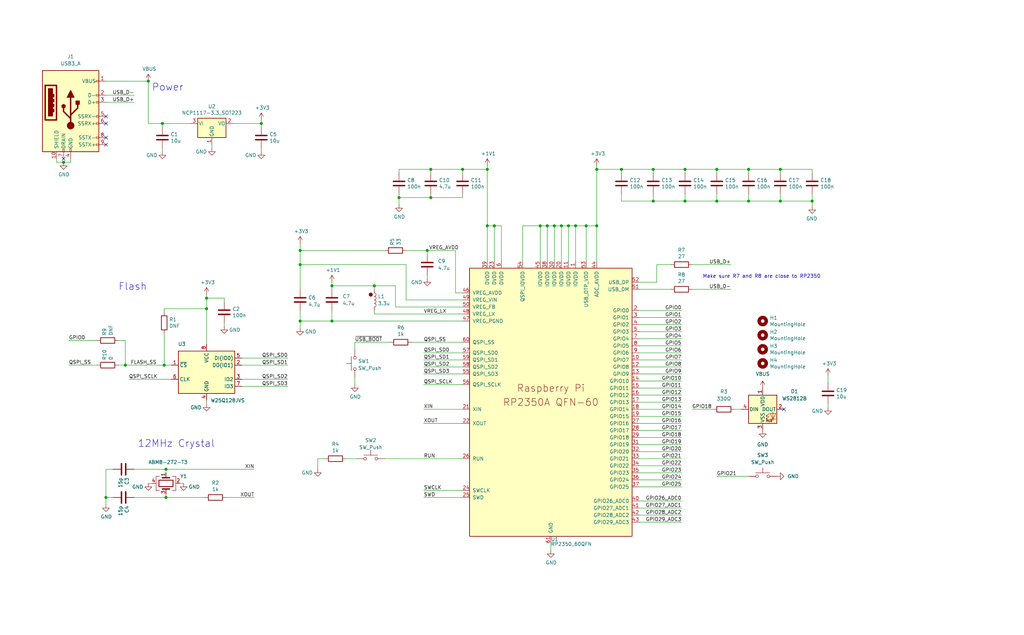
<source format=kicad_sch>
(kicad_sch (version 20250114) (generator "eeschema") (generator_version "9.0")
  (paper "User" 368.3 228.6)
  (title_block (title "CyberTrust") (date "2025-06-25") (rev "V1") (company "Cyber Link"))
  (lib_symbols
    (symbol "Connector:USB3_A" (pin_names (offset 1.016))
      (property "Reference" "J" (at -10.16 15.24 0))
      (property "Value" "USB3_A" (at 10.16 15.24 0))
      (symbol "USB3_A_0_0"
        (rectangle (start -9.144 8.636) (end -5.08 -3.81) (stroke (width 0.508)))
        (rectangle (start -7.874 7.366) (end -6.604 -2.286) (stroke (width 0.508)) (fill (type outline)))
        (rectangle (start -6.35 5.334) (end -6.096 4.572) (stroke (width 0.508)))
        (rectangle (start -6.35 3.556) (end -6.096 2.794) (stroke (width 0.508)))
        (rectangle (start -6.35 1.778) (end -6.096 1.016) (stroke (width 0.508)))
        (rectangle (start -6.35 0) (end -6.096 -0.762) (stroke (width 0.508)))
        (rectangle (start -2.794 -15.24) (end -2.286 -14.224))
        (rectangle (start -0.254 -15.24) (end 0.254 -14.224))
        (rectangle (start 10.16 10.414) (end 9.144 9.906))
        (rectangle (start 10.16 5.334) (end 9.144 4.826))
        (rectangle (start 10.16 2.794) (end 9.144 2.286))
        (rectangle (start 10.16 -2.286) (end 9.144 -2.794))
        (rectangle (start 10.16 -4.826) (end 9.144 -5.334))
        (rectangle (start 10.16 -9.906) (end 9.144 -10.414))
        (rectangle (start 10.16 -12.446) (end 9.144 -12.954))
      )
      (symbol "USB3_A_0_1"
        (rectangle (start -10.16 13.97) (end 10.16 -15.24) (stroke (width 0.254)) (fill (type background)))
      )
      (symbol "USB3_A_1_1"
        (circle (center -2.54 1.143) (radius 0.635) (stroke (width 0.254)) (fill (type outline)))
        (polyline (pts (xy -1.27 4.318) (xy 0 6.858) (xy 1.27 4.318) (xy -1.27 4.318)) (stroke (width 0.254)) (fill (type outline)))
        (polyline (pts (xy 0 -2.032) (xy 2.54 0.508) (xy 2.54 1.778)) (stroke (width 0.508)))
        (polyline (pts (xy 0 -3.302) (xy -2.54 -0.762) (xy -2.54 0.508)) (stroke (width 0.508)))
        (polyline (pts (xy 0 -5.842) (xy 0 4.318)) (stroke (width 0.508)))
        (circle (center 0 -5.842) (radius 1.27) (fill (type outline)))
        (rectangle (start 1.905 1.778) (end 3.175 3.048) (stroke (width 0.254)) (fill (type outline)))
        (pin passive line (at -5.08 -17.78 90) (length 2.54) (name "SHIELD") (number "10"))
        (pin passive line (at -2.54 -17.78 90) (length 2.54) (name "DRAIN") (number "7"))
        (pin power_in line (at 0 -17.78 90) (length 2.54) (name "GND") (number "4"))
        (pin power_in line (at 12.7 10.16 180) (length 2.54) (name "VBUS") (number "1"))
        (pin bidirectional line (at 12.7 5.08 180) (length 2.54) (name "D-") (number "2"))
        (pin bidirectional line (at 12.7 2.54 180) (length 2.54) (name "D+") (number "3"))
        (pin output line (at 12.7 -2.54 180) (length 2.54) (name "SSRX-") (number "5"))
        (pin output line (at 12.7 -5.08 180) (length 2.54) (name "SSRX+") (number "6"))
        (pin input line (at 12.7 -10.16 180) (length 2.54) (name "SSTX-") (number "8"))
        (pin input line (at 12.7 -12.7 180) (length 2.54) (name "SSTX+") (number "9"))
      )
    )
    (symbol "Device:C" (pin_numbers (hide yes)) (pin_names (offset 0.254))
      (property "Reference" "C" (at 0.635 2.54 0))
      (property "Value" "C" (at 0.635 -2.54 0))
      (symbol "C_0_1"
        (polyline (pts (xy -2.032 0.762) (xy 2.032 0.762)) (stroke (width 0.508)))
        (polyline (pts (xy -2.032 -0.762) (xy 2.032 -0.762)) (stroke (width 0.508)))
      )
      (symbol "C_1_1"
        (pin passive line (at 0 3.81 270) (length 2.794) (name "~") (number "1"))
        (pin passive line (at 0 -3.81 90) (length 2.794) (name "~") (number "2"))
      )
    )
    (symbol "Device:Crystal_GND24" (pin_names (offset 1.016) (hide yes))
      (property "Reference" "Y" (at 3.175 5.08 0))
      (property "Value" "Crystal_GND24" (at 3.175 3.175 0))
      (symbol "Crystal_GND24_0_1"
        (polyline (pts (xy -2.54 2.286) (xy -2.54 3.556) (xy 2.54 3.556) (xy 2.54 2.286)))
        (polyline (pts (xy -2.54 0) (xy -2.032 0)))
        (polyline (pts (xy -2.54 -2.286) (xy -2.54 -3.556) (xy 2.54 -3.556) (xy 2.54 -2.286)))
        (polyline (pts (xy -2.032 -1.27) (xy -2.032 1.27)) (stroke (width 0.508)))
        (rectangle (start -1.143 2.54) (end 1.143 -2.54) (stroke (width 0.3048)))
        (polyline (pts (xy 0 3.556) (xy 0 3.81)))
        (polyline (pts (xy 0 -3.81) (xy 0 -3.556)))
        (polyline (pts (xy 2.032 0) (xy 2.54 0)))
        (polyline (pts (xy 2.032 -1.27) (xy 2.032 1.27)) (stroke (width 0.508)))
      )
      (symbol "Crystal_GND24_1_1"
        (pin passive line (at -3.81 0 0) (length 1.27) (name "1") (number "1"))
        (pin passive line (at 0 5.08 270) (length 1.27) (name "2") (number "2"))
        (pin passive line (at 0 -5.08 90) (length 1.27) (name "4") (number "4"))
        (pin passive line (at 3.81 0 180) (length 1.27) (name "3") (number "3"))
      )
    )
    (symbol "Device:L" (pin_numbers (hide yes)) (pin_names (offset 1.016) (hide yes))
      (property "Reference" "L" (at -1.27 0 90))
      (property "Value" "L" (at 1.905 0 90))
      (symbol "L_0_1"
        (arc (start 0 2.54) (mid 0.6323 1.905) (end 0 1.27))
        (arc (start 0 1.27) (mid 0.6323 0.635) (end 0 0))
        (arc (start 0 0) (mid 0.6323 -0.635) (end 0 -1.27))
        (arc (start 0 -1.27) (mid 0.6323 -1.905) (end 0 -2.54))
      )
      (symbol "L_1_1"
        (pin passive line (at 0 3.81 270) (length 1.27) (name "1") (number "1"))
        (pin passive line (at 0 -3.81 90) (length 1.27) (name "2") (number "2"))
      )
    )
    (symbol "Device:R" (pin_numbers (hide yes)) (pin_names (offset 0))
      (property "Reference" "R" (at 2.032 0 90))
      (property "Value" "R" (at 0 0 90))
      (symbol "R_0_1"
        (rectangle (start -1.016 -2.54) (end 1.016 2.54) (stroke (width 0.254)))
      )
      (symbol "R_1_1"
        (pin passive line (at 0 3.81 270) (length 1.27) (name "~") (number "1"))
        (pin passive line (at 0 -3.81 90) (length 1.27) (name "~") (number "2"))
      )
    )
    (symbol "GND_1" (power) (pin_numbers (hide yes)) (pin_names (offset 0) (hide yes))
      (property "Value" "GND" (at 0 -3.81 0))
      (symbol "GND_1_0_1"
        (polyline (pts (xy 0 0) (xy 0 -1.27) (xy 1.27 -1.27) (xy 0 -2.54) (xy -1.27 -1.27) (xy 0 -1.27)))
      )
      (symbol "GND_1_1_1"
        (pin power_in line (at 0 0 270) (length 0) (name "~") (number "1"))
      )
    )
    (symbol "GND_2" (power) (pin_numbers (hide yes)) (pin_names (offset 0) (hide yes))
      (property "Value" "GND" (at 0 -3.81 0))
      (symbol "GND_2_0_1"
        (polyline (pts (xy 0 0) (xy 0 -1.27) (xy 1.27 -1.27) (xy 0 -2.54) (xy -1.27 -1.27) (xy 0 -1.27)))
      )
      (symbol "GND_2_1_1"
        (pin power_in line (at 0 0 270) (length 0) (name "~") (number "1"))
      )
    )
    (symbol "LED:WS2812B" (pin_names (offset 0.254))
      (property "Reference" "D" (at 5.08 5.715 0))
      (property "Value" "WS2812B" (at 1.27 -5.715 0))
      (symbol "WS2812B_0_0"
        (text "RGB" (at 2.286 -4.191 0) (effects (font (size 0.762 0.762))))
      )
      (symbol "WS2812B_0_1"
        (polyline (pts (xy 1.27 -2.54) (xy 1.778 -2.54)))
        (polyline (pts (xy 1.27 -3.556) (xy 1.778 -3.556)))
        (polyline (pts (xy 2.286 -1.524) (xy 1.27 -2.54) (xy 1.27 -2.032)))
        (polyline (pts (xy 2.286 -2.54) (xy 1.27 -3.556) (xy 1.27 -3.048)))
        (polyline (pts (xy 3.683 -1.016) (xy 3.683 -3.556) (xy 3.683 -4.064)))
        (polyline (pts (xy 4.699 -1.524) (xy 2.667 -1.524) (xy 3.683 -3.556) (xy 4.699 -1.524)))
        (polyline (pts (xy 4.699 -3.556) (xy 2.667 -3.556)))
        (rectangle (start 5.08 5.08) (end -5.08 -5.08) (stroke (width 0.254)) (fill (type background)))
      )
      (symbol "WS2812B_1_1"
        (pin input line (at -7.62 0 0) (length 2.54) (name "DIN") (number "4"))
        (pin power_in line (at 0 7.62 270) (length 2.54) (name "VDD") (number "1"))
        (pin power_in line (at 0 -7.62 90) (length 2.54) (name "VSS") (number "3"))
        (pin output line (at 7.62 0 180) (length 2.54) (name "DOUT") (number "2"))
      )
    )
    (symbol "MCU_RaspberryPi_RP2350:RP2350_60QFN" (pin_names (offset 1.016))
      (property "Reference" "U" (at -29.21 49.53 0))
      (property "Value" "RP2350_60QFN" (at 24.13 -49.53 0))
      (symbol "RP2350_60QFN_0_0"
        (text "Raspberry Pi" (at 0 5.08 0) (effects (font (size 2.54 2.54))))
      )
      (symbol "RP2350_60QFN_0_1"
        (rectangle (start 29.21 48.26) (end -29.21 -48.26) (stroke (width 0.254)) (fill (type background)))
      )
      (symbol "RP2350_60QFN_1_0"
        (text "RP2350A QFN-60" (at 0 0 0) (effects (font (size 2.54 2.54))))
      )
      (symbol "RP2350_60QFN_1_1"
        (pin power_in line (at -31.75 39.37 0) (length 2.54) (name "VREG_AVDD") (number "46"))
        (pin power_in line (at -31.75 36.83 0) (length 2.54) (name "VREG_VIN") (number "49"))
        (pin input line (at -31.75 34.29 0) (length 2.54) (name "VREG_FB") (number "50"))
        (pin power_out line (at -31.75 31.75 0) (length 2.54) (name "VREG_LX") (number "48"))
        (pin power_in line (at -31.75 29.21 0) (length 2.54) (name "VREG_PGND") (number "47"))
        (pin bidirectional line (at -31.75 21.59 0) (length 2.54) (name "QSPI_SS") (number "60"))
        (pin bidirectional line (at -31.75 17.78 0) (length 2.54) (name "QSPI_SD0") (number "57"))
        (pin bidirectional line (at -31.75 15.24 0) (length 2.54) (name "QSPI_SD1") (number "59"))
        (pin bidirectional line (at -31.75 12.7 0) (length 2.54) (name "QSPI_SD2") (number "58"))
        (pin bidirectional line (at -31.75 10.16 0) (length 2.54) (name "QSPI_SD3") (number "55"))
        (pin output line (at -31.75 6.35 0) (length 2.54) (name "QSPI_SCLK") (number "56"))
        (pin input line (at -31.75 -2.54 0) (length 2.54) (name "XIN") (number "21"))
        (pin passive line (at -31.75 -7.62 0) (length 2.54) (name "XOUT") (number "22"))
        (pin input line (at -31.75 -20.32 0) (length 2.54) (name "RUN") (number "26"))
        (pin output line (at -31.75 -31.75 0) (length 2.54) (name "SWCLK") (number "24"))
        (pin bidirectional line (at -31.75 -34.29 0) (length 2.54) (name "SWD") (number "25"))
        (pin power_in line (at -22.86 50.8 270) (length 2.54) (name "DVDD") (number "39"))
        (pin power_in line (at -20.32 50.8 270) (length 2.54) (name "DVDD") (number "23"))
        (pin power_in line (at -17.78 50.8 270) (length 2.54) (name "DVDD") (number "6"))
        (pin power_in line (at -10.16 50.8 270) (length 2.54) (name "QSPI_IOVDD") (number "54"))
        (pin power_in line (at -3.81 50.8 270) (length 2.54) (name "IOVDD") (number "45"))
        (pin power_in line (at -1.27 50.8 270) (length 2.54) (name "IOVDD") (number "38"))
        (pin power_in line (at 0 -50.8 90) (length 2.54) (name "GND") (number "61"))
        (pin power_in line (at 1.27 50.8 270) (length 2.54) (name "IOVDD") (number "30"))
        (pin power_in line (at 3.81 50.8 270) (length 2.54) (name "IOVDD") (number "20"))
        (pin power_in line (at 6.35 50.8 270) (length 2.54) (name "IOVDD") (number "11"))
        (pin power_in line (at 8.89 50.8 270) (length 2.54) (name "IOVDD") (number "1"))
        (pin power_in line (at 12.7 50.8 270) (length 2.54) (name "USB_OTP_VDD") (number "53"))
        (pin power_in line (at 16.51 50.8 270) (length 2.54) (name "ADC_AVDD") (number "44"))
        (pin bidirectional line (at 31.75 43.18 180) (length 2.54) (name "USB_DP") (number "52"))
        (pin bidirectional line (at 31.75 40.64 180) (length 2.54) (name "USB_DM") (number "51"))
        (pin bidirectional line (at 31.75 33.02 180) (length 2.54) (name "GPIO0") (number "2"))
        (pin bidirectional line (at 31.75 30.48 180) (length 2.54) (name "GPIO1") (number "3"))
        (pin bidirectional line (at 31.75 27.94 180) (length 2.54) (name "GPIO2") (number "4"))
        (pin bidirectional line (at 31.75 25.4 180) (length 2.54) (name "GPIO3") (number "5"))
        (pin bidirectional line (at 31.75 22.86 180) (length 2.54) (name "GPIO4") (number "7"))
        (pin bidirectional line (at 31.75 20.32 180) (length 2.54) (name "GPIO5") (number "8"))
        (pin bidirectional line (at 31.75 17.78 180) (length 2.54) (name "GPIO6") (number "9"))
        (pin bidirectional line (at 31.75 15.24 180) (length 2.54) (name "GPIO7") (number "10"))
        (pin bidirectional line (at 31.75 12.7 180) (length 2.54) (name "GPIO8") (number "12"))
        (pin bidirectional line (at 31.75 10.16 180) (length 2.54) (name "GPIO9") (number "13"))
        (pin bidirectional line (at 31.75 7.62 180) (length 2.54) (name "GPIO10") (number "14"))
        (pin bidirectional line (at 31.75 5.08 180) (length 2.54) (name "GPIO11") (number "15"))
        (pin bidirectional line (at 31.75 2.54 180) (length 2.54) (name "GPIO12") (number "16"))
        (pin bidirectional line (at 31.75 0 180) (length 2.54) (name "GPIO13") (number "17"))
        (pin bidirectional line (at 31.75 -2.54 180) (length 2.54) (name "GPIO14") (number "18"))
        (pin bidirectional line (at 31.75 -5.08 180) (length 2.54) (name "GPIO15") (number "19"))
        (pin bidirectional line (at 31.75 -7.62 180) (length 2.54) (name "GPIO16") (number "27"))
        (pin bidirectional line (at 31.75 -10.16 180) (length 2.54) (name "GPIO17") (number "28"))
        (pin bidirectional line (at 31.75 -12.7 180) (length 2.54) (name "GPIO18") (number "29"))
        (pin bidirectional line (at 31.75 -15.24 180) (length 2.54) (name "GPIO19") (number "31"))
        (pin bidirectional line (at 31.75 -17.78 180) (length 2.54) (name "GPIO20") (number "32"))
        (pin bidirectional line (at 31.75 -20.32 180) (length 2.54) (name "GPIO21") (number "33"))
        (pin bidirectional line (at 31.75 -22.86 180) (length 2.54) (name "GPIO22") (number "34"))
        (pin bidirectional line (at 31.75 -25.4 180) (length 2.54) (name "GPIO23") (number "35"))
        (pin bidirectional line (at 31.75 -27.94 180) (length 2.54) (name "GPIO24") (number "36"))
        (pin bidirectional line (at 31.75 -30.48 180) (length 2.54) (name "GPIO25") (number "37"))
        (pin bidirectional line (at 31.75 -35.56 180) (length 2.54) (name "GPIO26_ADC0") (number "40"))
        (pin bidirectional line (at 31.75 -38.1 180) (length 2.54) (name "GPIO27_ADC1") (number "41"))
        (pin bidirectional line (at 31.75 -40.64 180) (length 2.54) (name "GPIO28_ADC2") (number "42"))
        (pin bidirectional line (at 31.75 -43.18 180) (length 2.54) (name "GPIO29_ADC3") (number "43"))
      )
    )
    (symbol "Mechanical:MountingHole" (pin_names (offset 1.016))
      (property "Reference" "H" (at 0 5.08 0))
      (property "Value" "MountingHole" (at 0 3.175 0))
      (symbol "MountingHole_0_1"
        (circle (center 0 0) (radius 1.27) (stroke (width 1.27)))
      )
    )
    (symbol "Memory_Flash:W25Q128JVS"
      (property "Reference" "U" (at -8.89 8.89 0))
      (property "Value" "W25Q128JVS" (at 7.62 8.89 0))
      (symbol "W25Q128JVS_0_1"
        (rectangle (start -10.16 7.62) (end 10.16 -7.62) (stroke (width 0.254)) (fill (type background)))
      )
      (symbol "W25Q128JVS_1_1"
        (pin input line (at -12.7 2.54 0) (length 2.54) (name "~{CS}") (number "1"))
        (pin input line (at -12.7 -2.54 0) (length 2.54) (name "CLK") (number "6"))
        (pin power_in line (at 0 10.16 270) (length 2.54) (name "VCC") (number "8"))
        (pin power_in line (at 0 -10.16 90) (length 2.54) (name "GND") (number "4"))
        (pin bidirectional line (at 12.7 5.08 180) (length 2.54) (name "DI(IO0)") (number "5"))
        (pin bidirectional line (at 12.7 2.54 180) (length 2.54) (name "DO(IO1)") (number "2"))
        (pin bidirectional line (at 12.7 -2.54 180) (length 2.54) (name "IO2") (number "3"))
        (pin bidirectional line (at 12.7 -5.08 180) (length 2.54) (name "IO3") (number "7"))
      )
    )
    (symbol "Regulator_Linear:NCP1117-3.3_SOT223" (pin_names (offset 0.254))
      (property "Reference" "U" (at -3.81 3.175 0))
      (property "Value" "NCP1117-3.3_SOT223" (at 0 3.175 0))
      (symbol "NCP1117-3.3_SOT223_0_1"
        (rectangle (start -5.08 -5.08) (end 5.08 1.905) (stroke (width 0.254)) (fill (type background)))
      )
      (symbol "NCP1117-3.3_SOT223_1_1"
        (pin power_in line (at -7.62 0 0) (length 2.54) (name "VI") (number "3"))
        (pin power_in line (at 0 -7.62 90) (length 2.54) (name "GND") (number "1"))
        (pin power_out line (at 7.62 0 180) (length 2.54) (name "VO") (number "2"))
      )
    )
    (symbol "Switch:SW_Push" (pin_numbers (hide yes)) (pin_names (offset 1.016) (hide yes))
      (property "Reference" "SW" (at 1.27 2.54 0))
      (property "Value" "SW_Push" (at 0 -1.524 0))
      (symbol "SW_Push_0_1"
        (circle (center -2.032 0) (radius 0.508))
        (polyline (pts (xy 0 1.27) (xy 0 3.048)))
        (circle (center 2.032 0) (radius 0.508))
        (polyline (pts (xy 2.54 1.27) (xy -2.54 1.27)))
        (pin passive line (at -5.08 0 0) (length 2.54) (name "1") (number "1"))
        (pin passive line (at 5.08 0 180) (length 2.54) (name "2") (number "2"))
      )
    )
    (symbol "VBUS_1" (power) (pin_numbers (hide yes)) (pin_names (offset 0) (hide yes))
      (property "Value" "VBUS" (at 0 3.556 0))
      (symbol "VBUS_1_0_1"
        (polyline (pts (xy -0.762 1.27) (xy 0 2.54)))
        (polyline (pts (xy 0 2.54) (xy 0.762 1.27)))
        (polyline (pts (xy 0 0) (xy 0 2.54)))
      )
      (symbol "VBUS_1_1_1"
        (pin power_in line (at 0 0 90) (length 0) (name "~") (number "1"))
      )
    )
    (symbol "power:+1V1" (power) (pin_names (offset 0))
      (property "Value" "+1V1" (at 0 3.556 0))
      (symbol "+1V1_0_1"
        (polyline (pts (xy -0.762 1.27) (xy 0 2.54)))
        (polyline (pts (xy 0 2.54) (xy 0.762 1.27)))
        (polyline (pts (xy 0 0) (xy 0 2.54)))
      )
      (symbol "+1V1_1_1"
        (pin power_in line (at 0 0 90) (length 0) (hide yes) (name "+1V1") (number "1"))
      )
    )
    (symbol "power:+3V3" (power) (pin_names (offset 0))
      (property "Value" "+3V3" (at 0 3.556 0))
      (symbol "+3V3_0_1"
        (polyline (pts (xy -0.762 1.27) (xy 0 2.54)))
        (polyline (pts (xy 0 2.54) (xy 0.762 1.27)))
        (polyline (pts (xy 0 0) (xy 0 2.54)))
      )
      (symbol "+3V3_1_1"
        (pin power_in line (at 0 0 90) (length 0) (hide yes) (name "+3V3") (number "1"))
      )
    )
    (symbol "power:GND" (power) (pin_names (offset 0))
      (property "Value" "GND" (at 0 -3.81 0))
      (symbol "GND_0_1"
        (polyline (pts (xy 0 0) (xy 0 -1.27) (xy 1.27 -1.27) (xy 0 -2.54) (xy -1.27 -1.27) (xy 0 -1.27)))
      )
      (symbol "GND_1_1"
        (pin power_in line (at 0 0 270) (length 0) (hide yes) (name "GND") (number "1"))
      )
    )
    (symbol "power:VBUS" (power) (pin_names (offset 0))
      (property "Value" "VBUS" (at 0 3.81 0))
      (symbol "VBUS_0_1"
        (polyline (pts (xy -0.762 1.27) (xy 0 2.54)))
        (polyline (pts (xy 0 2.54) (xy 0.762 1.27)))
        (polyline (pts (xy 0 0) (xy 0 2.54)))
      )
      (symbol "VBUS_1_1"
        (pin power_in line (at 0 0 90) (length 0) (hide yes) (name "VBUS") (number "1"))
      )
    )
  )
  (circle (center 133.35 106.045) (radius 0.635) (stroke (width 0) (color 132 0 0 1)) (fill (type color) (color 132 0 0 1)))
  (text "Flash" (at 42.545 104.775 0) (effects (font (size 2.54 2.54)) (justify left bottom)))
  (text "Make sure R7 and R8 are close to RP2350\n" (at 252.73 100.33 0) (effects (font (size 1.27 1.27)) (justify left bottom)))
  (text "12MHz Crystal" (at 49.53 161.29 0) (effects (font (size 2.54 2.54)) (justify left bottom)))
  (text "Power" (at 54.61 33.02 0) (effects (font (size 2.54 2.54)) (justify left bottom)))
  (junction (at 257.81 60.96))
  (junction (at 153.67 90.17))
  (junction (at 119.38 102.87))
  (junction (at 194.31 81.28))
  (junction (at 280.67 72.39))
  (junction (at 175.26 81.28))
  (junction (at 154.94 71.12))
  (junction (at 214.63 60.96))
  (junction (at 53.34 29.21))
  (junction (at 196.85 81.28))
  (junction (at 59.69 168.91))
  (junction (at 134.62 102.87))
  (junction (at 119.38 115.57))
  (junction (at 223.52 60.96))
  (junction (at 210.82 81.28))
  (junction (at 38.1 179.07))
  (junction (at 154.94 60.96))
  (junction (at 207.01 81.28))
  (junction (at 22.86 58.42))
  (junction (at 269.24 72.39))
  (junction (at 292.1 72.39))
  (junction (at 246.38 72.39))
  (junction (at 204.47 81.28))
  (junction (at 74.295 107.315))
  (junction (at 199.39 81.28))
  (junction (at 175.26 60.96))
  (junction (at 74.295 111.125))
  (junction (at 107.95 115.57))
  (junction (at 280.67 60.96))
  (junction (at 257.81 72.39))
  (junction (at 269.24 60.96))
  (junction (at 58.42 44.45))
  (junction (at 166.37 60.96))
  (junction (at 234.95 60.96))
  (junction (at 59.69 179.07))
  (junction (at 234.95 72.39))
  (junction (at 214.63 81.28))
  (junction (at 107.95 90.17))
  (junction (at 177.8 81.28))
  (junction (at 246.38 60.96))
  (junction (at 59.055 131.445))
  (junction (at 45.085 131.445))
  (junction (at 93.98 44.45))
  (junction (at 201.93 81.28))
  (junction (at 107.95 95.25))
  (junction (at 143.51 71.12))
  (no_connect (at 22.86 57.15))
  (no_connect (at 38.1 52.07))
  (no_connect (at 281.94 147.32))
  (no_connect (at 38.1 44.45))
  (no_connect (at 38.1 41.91))
  (no_connect (at 38.1 49.53))
  (wire (pts (xy 229.87 127) (xy 245.11 127)))
  (wire (pts (xy 153.67 100.33) (xy 153.67 99.06)))
  (wire (pts (xy 257.81 171.45) (xy 269.24 171.45)))
  (wire (pts (xy 24.765 122.555) (xy 34.925 122.555)))
  (wire (pts (xy 146.05 95.25) (xy 146.05 107.95)))
  (wire (pts (xy 229.87 185.42) (xy 245.11 185.42)))
  (wire (pts (xy 154.94 60.96) (xy 166.37 60.96)))
  (wire (pts (xy 229.87 129.54) (xy 245.11 129.54)))
  (wire (pts (xy 93.98 44.45) (xy 93.98 43.18)))
  (wire (pts (xy 59.69 170.18) (xy 59.69 168.91)))
  (wire (pts (xy 234.95 62.23) (xy 234.95 60.96)))
  (wire (pts (xy 234.95 69.85) (xy 234.95 72.39)))
  (wire (pts (xy 163.83 90.17) (xy 163.83 105.41)))
  (wire (pts (xy 207.01 81.28) (xy 210.82 81.28)))
  (wire (pts (xy 154.94 62.23) (xy 154.94 60.96)))
  (wire (pts (xy 166.37 138.43) (xy 152.4 138.43)))
  (wire (pts (xy 154.94 71.12) (xy 166.37 71.12)))
  (wire (pts (xy 229.87 167.64) (xy 245.11 167.64)))
  (wire (pts (xy 229.87 111.76) (xy 245.11 111.76)))
  (wire (pts (xy 143.51 69.85) (xy 143.51 71.12)))
  (wire (pts (xy 53.34 29.21) (xy 53.34 44.45)))
  (wire (pts (xy 153.67 90.17) (xy 163.83 90.17)))
  (wire (pts (xy 229.87 162.56) (xy 245.11 162.56)))
  (wire (pts (xy 246.38 62.23) (xy 246.38 60.96)))
  (wire (pts (xy 127.635 123.19) (xy 127.635 125.73)))
  (wire (pts (xy 166.37 176.53) (xy 152.4 176.53)))
  (wire (pts (xy 25.4 58.42) (xy 25.4 57.15)))
  (wire (pts (xy 107.95 90.17) (xy 107.95 95.25)))
  (wire (pts (xy 223.52 62.23) (xy 223.52 60.96)))
  (wire (pts (xy 59.69 179.07) (xy 73.66 179.07)))
  (wire (pts (xy 223.52 69.85) (xy 223.52 72.39)))
  (wire (pts (xy 107.95 95.25) (xy 146.05 95.25)))
  (wire (pts (xy 107.95 95.25) (xy 107.95 104.14)))
  (wire (pts (xy 38.1 179.07) (xy 38.1 181.61)))
  (wire (pts (xy 38.1 29.21) (xy 53.34 29.21)))
  (wire (pts (xy 199.39 93.98) (xy 199.39 81.28)))
  (wire (pts (xy 187.96 93.98) (xy 187.96 81.28)))
  (wire (pts (xy 46.355 136.525) (xy 61.595 136.525)))
  (wire (pts (xy 74.295 106.045) (xy 74.295 107.315)))
  (wire (pts (xy 38.1 168.91) (xy 38.1 179.07)))
  (wire (pts (xy 210.82 81.28) (xy 214.63 81.28)))
  (wire (pts (xy 257.81 60.96) (xy 269.24 60.96)))
  (wire (pts (xy 40.64 168.91) (xy 38.1 168.91)))
  (wire (pts (xy 153.67 90.17) (xy 153.67 91.44)))
  (wire (pts (xy 20.32 58.42) (xy 22.86 58.42)))
  (wire (pts (xy 269.24 72.39) (xy 257.81 72.39)))
  (wire (pts (xy 229.87 175.26) (xy 245.11 175.26)))
  (wire (pts (xy 42.545 122.555) (xy 45.085 122.555)))
  (wire (pts (xy 201.93 81.28) (xy 204.47 81.28)))
  (wire (pts (xy 38.1 36.83) (xy 48.26 36.83)))
  (wire (pts (xy 234.95 72.39) (xy 223.52 72.39)))
  (wire (pts (xy 269.24 69.85) (xy 269.24 72.39)))
  (wire (pts (xy 175.26 60.96) (xy 175.26 81.28)))
  (wire (pts (xy 196.85 81.28) (xy 199.39 81.28)))
  (wire (pts (xy 229.87 139.7) (xy 245.11 139.7)))
  (wire (pts (xy 201.93 93.98) (xy 201.93 81.28)))
  (wire (pts (xy 59.055 111.125) (xy 74.295 111.125)))
  (wire (pts (xy 146.05 107.95) (xy 166.37 107.95)))
  (wire (pts (xy 199.39 81.28) (xy 201.93 81.28)))
  (wire (pts (xy 58.42 45.72) (xy 58.42 44.45)))
  (wire (pts (xy 107.95 87.63) (xy 107.95 90.17)))
  (wire (pts (xy 107.95 115.57) (xy 119.38 115.57)))
  (wire (pts (xy 229.87 132.08) (xy 245.11 132.08)))
  (wire (pts (xy 116.84 165.1) (xy 114.3 165.1)))
  (wire (pts (xy 234.95 60.96) (xy 246.38 60.96)))
  (wire (pts (xy 59.055 112.395) (xy 59.055 111.125)))
  (wire (pts (xy 119.38 104.14) (xy 119.38 102.87)))
  (wire (pts (xy 229.87 114.3) (xy 245.11 114.3)))
  (wire (pts (xy 86.995 139.065) (xy 103.505 139.065)))
  (wire (pts (xy 166.37 123.19) (xy 147.955 123.19)))
  (wire (pts (xy 143.51 62.23) (xy 143.51 60.96)))
  (wire (pts (xy 107.95 111.76) (xy 107.95 115.57)))
  (wire (pts (xy 166.37 110.49) (xy 142.24 110.49)))
  (wire (pts (xy 59.055 120.015) (xy 59.055 131.445)))
  (wire (pts (xy 74.295 144.145) (xy 74.295 145.415)))
  (wire (pts (xy 229.87 172.72) (xy 245.11 172.72)))
  (wire (pts (xy 140.335 123.19) (xy 127.635 123.19)))
  (wire (pts (xy 229.87 187.96) (xy 245.11 187.96)))
  (wire (pts (xy 248.92 104.14) (xy 262.89 104.14)))
  (wire (pts (xy 175.26 81.28) (xy 175.26 93.98)))
  (wire (pts (xy 59.055 131.445) (xy 61.595 131.445)))
  (wire (pts (xy 214.63 81.28) (xy 214.63 93.98)))
  (wire (pts (xy 119.38 101.6) (xy 119.38 102.87)))
  (wire (pts (xy 81.28 179.07) (xy 91.44 179.07)))
  (wire (pts (xy 48.26 179.07) (xy 59.69 179.07)))
  (wire (pts (xy 119.38 115.57) (xy 166.37 115.57)))
  (wire (pts (xy 107.95 115.57) (xy 107.95 118.11)))
  (wire (pts (xy 53.34 44.45) (xy 58.42 44.45)))
  (wire (pts (xy 40.64 179.07) (xy 38.1 179.07)))
  (wire (pts (xy 107.95 90.17) (xy 138.43 90.17)))
  (wire (pts (xy 74.295 111.125) (xy 74.295 123.825)))
  (wire (pts (xy 143.51 71.12) (xy 143.51 73.66)))
  (wire (pts (xy 204.47 81.28) (xy 207.01 81.28)))
  (wire (pts (xy 24.765 131.445) (xy 34.925 131.445)))
  (wire (pts (xy 83.82 44.45) (xy 93.98 44.45)))
  (wire (pts (xy 229.87 170.18) (xy 245.11 170.18)))
  (wire (pts (xy 154.94 69.85) (xy 154.94 71.12)))
  (wire (pts (xy 269.24 60.96) (xy 280.67 60.96)))
  (wire (pts (xy 74.295 107.315) (xy 74.295 111.125)))
  (wire (pts (xy 292.1 69.85) (xy 292.1 72.39)))
  (wire (pts (xy 20.32 57.15) (xy 20.32 58.42)))
  (wire (pts (xy 42.545 131.445) (xy 45.085 131.445)))
  (wire (pts (xy 86.995 136.525) (xy 103.505 136.525)))
  (wire (pts (xy 152.4 147.32) (xy 166.37 147.32)))
  (wire (pts (xy 198.12 195.58) (xy 198.12 198.12)))
  (wire (pts (xy 152.4 132.08) (xy 166.37 132.08)))
  (wire (pts (xy 53.34 173.99) (xy 54.61 173.99)))
  (wire (pts (xy 58.42 53.34) (xy 58.42 54.61)))
  (wire (pts (xy 180.34 81.28) (xy 180.34 93.98)))
  (wire (pts (xy 194.31 93.98) (xy 194.31 81.28)))
  (wire (pts (xy 229.87 182.88) (xy 245.11 182.88)))
  (wire (pts (xy 248.92 147.32) (xy 256.54 147.32)))
  (wire (pts (xy 229.87 116.84) (xy 245.11 116.84)))
  (wire (pts (xy 143.51 60.96) (xy 154.94 60.96)))
  (wire (pts (xy 142.24 110.49) (xy 142.24 102.87)))
  (wire (pts (xy 80.645 107.315) (xy 74.295 107.315)))
  (wire (pts (xy 264.16 147.32) (xy 266.7 147.32)))
  (wire (pts (xy 229.87 137.16) (xy 245.11 137.16)))
  (wire (pts (xy 280.67 62.23) (xy 280.67 60.96)))
  (wire (pts (xy 152.4 127) (xy 166.37 127)))
  (wire (pts (xy 236.22 95.25) (xy 236.22 101.6)))
  (wire (pts (xy 229.87 144.78) (xy 245.11 144.78)))
  (wire (pts (xy 257.81 69.85) (xy 257.81 72.39)))
  (wire (pts (xy 214.63 59.69) (xy 214.63 60.96)))
  (wire (pts (xy 257.81 62.23) (xy 257.81 60.96)))
  (wire (pts (xy 229.87 154.94) (xy 245.11 154.94)))
  (wire (pts (xy 146.05 90.17) (xy 153.67 90.17)))
  (wire (pts (xy 152.4 129.54) (xy 166.37 129.54)))
  (wire (pts (xy 152.4 134.62) (xy 166.37 134.62)))
  (wire (pts (xy 269.24 62.23) (xy 269.24 60.96)))
  (wire (pts (xy 229.87 134.62) (xy 245.11 134.62)))
  (wire (pts (xy 124.46 165.1) (xy 128.27 165.1)))
  (wire (pts (xy 127.635 135.89) (xy 127.635 138.43)))
  (wire (pts (xy 280.67 72.39) (xy 269.24 72.39)))
  (wire (pts (xy 80.645 108.585) (xy 80.645 107.315)))
  (wire (pts (xy 297.815 135.255) (xy 297.815 137.795)))
  (wire (pts (xy 166.37 60.96) (xy 175.26 60.96)))
  (wire (pts (xy 229.87 160.02) (xy 245.11 160.02)))
  (wire (pts (xy 246.38 60.96) (xy 257.81 60.96)))
  (wire (pts (xy 257.81 72.39) (xy 246.38 72.39)))
  (wire (pts (xy 214.63 60.96) (xy 223.52 60.96)))
  (wire (pts (xy 134.62 113.03) (xy 166.37 113.03)))
  (wire (pts (xy 119.38 111.76) (xy 119.38 115.57)))
  (wire (pts (xy 229.87 149.86) (xy 245.11 149.86)))
  (wire (pts (xy 119.38 102.87) (xy 134.62 102.87)))
  (wire (pts (xy 246.38 69.85) (xy 246.38 72.39)))
  (wire (pts (xy 166.37 179.07) (xy 152.4 179.07)))
  (wire (pts (xy 236.22 95.25) (xy 241.3 95.25)))
  (wire (pts (xy 177.8 81.28) (xy 180.34 81.28)))
  (wire (pts (xy 64.77 173.99) (xy 66.04 173.99)))
  (wire (pts (xy 196.85 93.98) (xy 196.85 81.28)))
  (wire (pts (xy 229.87 165.1) (xy 245.11 165.1)))
  (wire (pts (xy 248.92 95.25) (xy 262.89 95.25)))
  (wire (pts (xy 22.86 58.42) (xy 25.4 58.42)))
  (wire (pts (xy 210.82 93.98) (xy 210.82 81.28)))
  (wire (pts (xy 175.26 59.69) (xy 175.26 60.96)))
  (wire (pts (xy 229.87 119.38) (xy 245.11 119.38)))
  (wire (pts (xy 280.67 72.39) (xy 292.1 72.39)))
  (wire (pts (xy 292.1 72.39) (xy 292.1 74.295)))
  (wire (pts (xy 134.62 113.03) (xy 134.62 111.76)))
  (wire (pts (xy 229.87 157.48) (xy 245.11 157.48)))
  (wire (pts (xy 45.085 122.555) (xy 45.085 131.445)))
  (wire (pts (xy 229.87 180.34) (xy 245.11 180.34)))
  (wire (pts (xy 280.67 60.96) (xy 292.1 60.96)))
  (wire (pts (xy 194.31 81.28) (xy 196.85 81.28)))
  (wire (pts (xy 204.47 93.98) (xy 204.47 81.28)))
  (wire (pts (xy 229.87 152.4) (xy 245.11 152.4)))
  (wire (pts (xy 134.62 102.87) (xy 134.62 104.14)))
  (wire (pts (xy 76.2 52.07) (xy 76.2 53.34)))
  (wire (pts (xy 38.1 34.29) (xy 48.26 34.29)))
  (wire (pts (xy 229.87 147.32) (xy 245.11 147.32)))
  (wire (pts (xy 45.085 131.445) (xy 59.055 131.445)))
  (wire (pts (xy 166.37 62.23) (xy 166.37 60.96)))
  (wire (pts (xy 229.87 101.6) (xy 236.22 101.6)))
  (wire (pts (xy 93.98 45.72) (xy 93.98 44.45)))
  (wire (pts (xy 246.38 72.39) (xy 234.95 72.39)))
  (wire (pts (xy 143.51 71.12) (xy 154.94 71.12)))
  (wire (pts (xy 187.96 81.28) (xy 194.31 81.28)))
  (wire (pts (xy 177.8 81.28) (xy 175.26 81.28)))
  (wire (pts (xy 68.58 44.45) (xy 58.42 44.45)))
  (wire (pts (xy 207.01 81.28) (xy 207.01 93.98)))
  (wire (pts (xy 59.69 168.91) (xy 91.44 168.91)))
  (wire (pts (xy 93.98 53.34) (xy 93.98 54.61)))
  (wire (pts (xy 229.87 104.14) (xy 241.3 104.14)))
  (wire (pts (xy 142.24 102.87) (xy 134.62 102.87)))
  (wire (pts (xy 114.3 165.1) (xy 114.3 168.91)))
  (wire (pts (xy 59.69 177.8) (xy 59.69 179.07)))
  (wire (pts (xy 229.87 124.46) (xy 245.11 124.46)))
  (wire (pts (xy 229.87 142.24) (xy 245.11 142.24)))
  (wire (pts (xy 214.63 60.96) (xy 214.63 81.28)))
  (wire (pts (xy 229.87 121.92) (xy 245.11 121.92)))
  (wire (pts (xy 163.83 105.41) (xy 166.37 105.41)))
  (wire (pts (xy 297.815 145.415) (xy 297.815 146.685)))
  (wire (pts (xy 86.995 128.905) (xy 103.505 128.905)))
  (wire (pts (xy 223.52 60.96) (xy 234.95 60.96)))
  (wire (pts (xy 166.37 152.4) (xy 152.4 152.4)))
  (wire (pts (xy 292.1 62.23) (xy 292.1 60.96)))
  (wire (pts (xy 48.26 168.91) (xy 59.69 168.91)))
  (wire (pts (xy 86.995 131.445) (xy 103.505 131.445)))
  (wire (pts (xy 166.37 71.12) (xy 166.37 69.85)))
  (wire (pts (xy 177.8 93.98) (xy 177.8 81.28)))
  (wire (pts (xy 138.43 165.1) (xy 166.37 165.1)))
  (wire (pts (xy 280.67 69.85) (xy 280.67 72.39)))
  (wire (pts (xy 80.645 116.205) (xy 80.645 117.475)))
  (label "XIN" (at 152.4 147.32 0))
  (label "USB_D+" (at 262.89 95.25 180))
  (label "GPIO26_ADC0" (at 245.11 180.34 180))
  (label "QSPI_SS" (at 24.765 131.445 0))
  (label "XOUT" (at 152.4 152.4 0))
  (label "GPIO2" (at 245.11 116.84 180))
  (label "GPIO1" (at 245.11 114.3 180))
  (label "GPIO0" (at 24.765 122.555 0))
  (label "QSPI_SD2" (at 103.505 136.525 180))
  (label "FLASH_SS" (at 46.99 131.445 0))
  (label "GPIO0" (at 245.11 111.76 180))
  (label "GPIO14" (at 245.11 147.32 180))
  (label "GPIO18" (at 248.92 147.32 0))
  (label "RUN" (at 152.4 165.1 0))
  (label "QSPI_SD0" (at 152.4 127 0))
  (label "QSPI_SD0" (at 103.505 128.905 180))
  (label "QSPI_SS" (at 152.4 123.19 0))
  (label "SWCLK" (at 152.4 176.53 0))
  (label "GPIO25" (at 245.11 175.26 180))
  (label "QSPI_SD3" (at 103.505 139.065 180))
  (label "GPIO21" (at 257.81 171.45 0))
  (label "GPIO24" (at 245.11 172.72 180))
  (label "GPIO4" (at 245.11 121.92 180))
  (label "XOUT" (at 91.44 179.07 180))
  (label "GPIO5" (at 245.11 124.46 180))
  (label "QSPI_SD2" (at 152.4 132.08 0))
  (label "GPIO19" (at 245.11 160.02 180))
  (label "USB_D+" (at 48.26 36.83 180))
  (label "USB_D-" (at 262.89 104.14 180))
  (label "GPIO8" (at 245.11 132.08 180))
  (label "~{USB_BOOT}" (at 127.635 123.19 0))
  (label "XIN" (at 91.44 168.91 180))
  (label "GPIO10" (at 245.11 137.16 180))
  (label "VREG_AVDD" (at 154.305 90.17 0))
  (label "GPIO18" (at 245.11 157.48 180))
  (label "GPIO9" (at 245.11 134.62 180))
  (label "GPIO20" (at 245.11 162.56 180))
  (label "USB_D-" (at 48.26 34.29 180))
  (label "GPIO12" (at 245.11 142.24 180))
  (label "GPIO22" (at 245.11 167.64 180))
  (label "QSPI_SD1" (at 152.4 129.54 0))
  (label "QSPI_SCLK" (at 152.4 138.43 0))
  (label "QSPI_SCLK" (at 46.355 136.525 0))
  (label "GPIO13" (at 245.11 144.78 180))
  (label "GPIO17" (at 245.11 154.94 180))
  (label "GPIO29_ADC3" (at 245.11 187.96 180))
  (label "GPIO28_ADC2" (at 245.11 185.42 180))
  (label "GPIO27_ADC1" (at 245.11 182.88 180))
  (label "GPIO3" (at 245.11 119.38 180))
  (label "GPIO11" (at 245.11 139.7 180))
  (label "QSPI_SD1" (at 103.505 131.445 180))
  (label "VREG_LX" (at 152.4 113.03 0))
  (label "SWD" (at 152.4 179.07 0))
  (label "GPIO7" (at 245.11 129.54 180))
  (label "GPIO6" (at 245.11 127 180))
  (label "GPIO15" (at 245.11 149.86 180))
  (label "GPIO21" (at 245.11 165.1 180))
  (label "GPIO16" (at 245.11 152.4 180))
  (label "QSPI_SD3" (at 152.4 134.62 0))
  (label "GPIO23" (at 245.11 170.18 180))
  (symbol (lib_id "Memory_Flash:W25Q128JVS") (at 74.295 133.985 0) (unit 1)
    (property "Reference" "U3" (at 65.405 123.825 0))
    (property "Value" "W25Q128JVS" (at 81.915 144.145 0))
    (property "Footprint" "Package_SO:SOIC-8_5.23x5.23mm_P1.27mm" (effects (hide yes)))
    (property "Datasheet" "http://www.winbond.com/resource-files/w25q128jv_dtr%20revc%2003272018%20plus.pdf" (effects (hide yes)))
  )
  (symbol (lib_id "power:+3V3") (at 74.295 106.045 0) (unit 1)
    (property "Reference" "#PWR04" (effects (hide yes)))
    (property "Value" "+3V3" (at 74.676 101.6508 0))
  )
  (symbol (lib_id "power:GND") (at 74.295 145.415 0) (unit 1)
    (property "Reference" "#PWR05" (effects (hide yes)))
    (property "Value" "GND" (at 70.485 146.685 0))
  )
  (symbol (lib_id "Device:R") (at 59.055 116.205 0) (unit 1)
    (property "Reference" "R1" (at 60.833 115.0366 0) (effects (justify left)))
    (property "Value" "DNF" (at 60.833 117.348 0) (effects (justify left)))
    (property "Footprint" "Resistor_SMD:R_0402_1005Metric" (effects (hide yes)))
  )
  (symbol (lib_id "Device:C") (at 80.645 112.395 0) (unit 1)
    (property "Reference" "C2" (at 83.566 111.2266 0) (effects (justify left)))
    (property "Value" "100n" (at 83.566 113.538 0) (effects (justify left)))
    (property "Footprint" "Capacitor_SMD:C_0402_1005Metric" (effects (hide yes)))
  )
  (symbol (lib_id "power:GND") (at 80.645 117.475 0) (unit 1)
    (property "Reference" "#PWR06" (effects (hide yes)))
    (property "Value" "GND" (at 84.455 118.745 0))
  )
  (symbol (lib_id "power:GND") (at 198.12 198.12 0) (unit 1)
    (property "Reference" "#PWR021" (effects (hide yes)))
    (property "Value" "GND" (at 198.247 202.5142 0))
  )
  (symbol (lib_id "Device:R") (at 245.11 95.25 270) (unit 1)
    (property "Reference" "R7" (at 245.11 89.9922 90))
    (property "Value" "27" (at 245.11 92.3036 90))
    (property "Footprint" "Resistor_SMD:R_0402_1005Metric" (effects (hide yes)))
  )
  (symbol (lib_id "Device:R") (at 245.11 104.14 270) (unit 1)
    (property "Reference" "R8" (at 245.11 98.8822 90))
    (property "Value" "27" (at 245.11 101.1936 90))
    (property "Footprint" "Resistor_SMD:R_0402_1005Metric" (effects (hide yes)))
  )
  (symbol (lib_id "power:GND") (at 22.86 58.42 0) (unit 1)
    (property "Reference" "#PWR01" (effects (hide yes)))
    (property "Value" "GND" (at 22.987 62.8142 0))
  )
  (symbol (lib_id "power:+3V3") (at 214.63 59.69 0) (unit 1)
    (property "Reference" "#PWR022" (effects (hide yes)))
    (property "Value" "+3V3" (at 215.011 55.2958 0))
  )
  (symbol (lib_id "Device:C") (at 223.52 66.04 0) (unit 1)
    (property "Reference" "C12" (at 226.441 64.8716 0) (effects (justify left)))
    (property "Value" "100n" (at 226.441 67.183 0) (effects (justify left)))
    (property "Footprint" "Capacitor_SMD:C_0402_1005Metric" (effects (hide yes)))
  )
  (symbol (lib_id "Device:C") (at 234.95 66.04 0) (unit 1)
    (property "Reference" "C13" (at 237.871 64.8716 0) (effects (justify left)))
    (property "Value" "100n" (at 237.871 67.183 0) (effects (justify left)))
    (property "Footprint" "Capacitor_SMD:C_0402_1005Metric" (effects (hide yes)))
  )
  (symbol (lib_id "Device:C") (at 246.38 66.04 0) (unit 1)
    (property "Reference" "C14" (at 249.301 64.8716 0) (effects (justify left)))
    (property "Value" "100n" (at 249.301 67.183 0) (effects (justify left)))
    (property "Footprint" "Capacitor_SMD:C_0402_1005Metric" (effects (hide yes)))
  )
  (symbol (lib_id "Device:C") (at 257.81 66.04 0) (unit 1)
    (property "Reference" "C15" (at 260.731 64.8716 0) (effects (justify left)))
    (property "Value" "100n" (at 260.731 67.183 0) (effects (justify left)))
    (property "Footprint" "Capacitor_SMD:C_0402_1005Metric" (effects (hide yes)))
  )
  (symbol (lib_id "Device:C") (at 269.24 66.04 0) (unit 1)
    (property "Reference" "C16" (at 272.161 64.8716 0) (effects (justify left)))
    (property "Value" "100n" (at 272.161 67.183 0) (effects (justify left)))
    (property "Footprint" "Capacitor_SMD:C_0402_1005Metric" (effects (hide yes)))
  )
  (symbol (lib_id "Device:C") (at 280.67 66.04 0) (unit 1)
    (property "Reference" "C17" (at 283.591 64.8716 0) (effects (justify left)))
    (property "Value" "100n" (at 283.591 67.183 0) (effects (justify left)))
    (property "Footprint" "Capacitor_SMD:C_0402_1005Metric" (effects (hide yes)))
  )
  (symbol (lib_id "Mechanical:MountingHole") (at 274.32 115.57 0) (unit 1)
    (property "Reference" "H1" (at 276.86 114.4016 0) (effects (justify left)))
    (property "Value" "MountingHole" (at 276.86 116.713 0) (effects (justify left)))
    (property "Footprint" "MountingHole:MountingHole_2.7mm_M2.5" (effects (hide yes)))
  )
  (symbol (lib_id "Mechanical:MountingHole") (at 274.32 120.65 0) (unit 1)
    (property "Reference" "H2" (at 276.86 119.4816 0) (effects (justify left)))
    (property "Value" "MountingHole" (at 276.86 121.793 0) (effects (justify left)))
    (property "Footprint" "MountingHole:MountingHole_2.7mm_M2.5" (effects (hide yes)))
  )
  (symbol (lib_id "Mechanical:MountingHole") (at 274.32 125.73 0) (unit 1)
    (property "Reference" "H3" (at 276.86 124.5616 0) (effects (justify left)))
    (property "Value" "MountingHole" (at 276.86 126.873 0) (effects (justify left)))
    (property "Footprint" "MountingHole:MountingHole_2.7mm_M2.5" (effects (hide yes)))
  )
  (symbol (lib_id "Mechanical:MountingHole") (at 274.32 130.81 0) (unit 1)
    (property "Reference" "H4" (at 276.86 129.6416 0) (effects (justify left)))
    (property "Value" "MountingHole" (at 276.86 131.953 0) (effects (justify left)))
    (property "Footprint" "MountingHole:MountingHole_2.7mm_M2.5" (effects (hide yes)))
  )
  (symbol (lib_id "Regulator_Linear:NCP1117-3.3_SOT223") (at 76.2 44.45 0) (unit 1)
    (property "Reference" "U2" (at 76.2 38.3032 0))
    (property "Value" "NCP1117-3.3_SOT223" (at 76.2 40.6146 0))
    (property "Footprint" "Package_TO_SOT_SMD:SOT-223-3_TabPin2" (effects (hide yes)))
    (property "Datasheet" "http://www.onsemi.com/pub_link/Collateral/NCP1117-D.PDF" (effects (hide yes)))
  )
  (symbol (lib_id "power:VBUS") (at 53.34 29.21 0) (unit 1)
    (property "Reference" "#PWR02" (effects (hide yes)))
    (property "Value" "VBUS" (at 53.721 24.8158 0))
  )
  (symbol (lib_id "power:GND") (at 76.2 53.34 0) (unit 1)
    (property "Reference" "#PWR08" (effects (hide yes)))
    (property "Value" "GND" (at 72.39 54.61 0))
  )
  (symbol (lib_id "power:+3V3") (at 93.98 43.18 0) (unit 1)
    (property "Reference" "#PWR010" (effects (hide yes)))
    (property "Value" "+3V3" (at 94.361 38.7858 0))
  )
  (symbol (lib_id "Device:C") (at 58.42 49.53 0) (unit 1)
    (property "Reference" "C1" (at 61.341 48.3616 0) (effects (justify left)))
    (property "Value" "10u" (at 61.341 50.673 0) (effects (justify left)))
    (property "Footprint" "Capacitor_SMD:C_0805_2012Metric" (effects (hide yes)))
  )
  (symbol (lib_id "Device:C") (at 93.98 49.53 0) (unit 1)
    (property "Reference" "C5" (at 96.901 48.3616 0) (effects (justify left)))
    (property "Value" "10u" (at 96.901 50.673 0) (effects (justify left)))
    (property "Footprint" "Capacitor_SMD:C_0805_2012Metric" (effects (hide yes)))
  )
  (symbol (lib_id "power:GND") (at 58.42 54.61 0) (unit 1)
    (property "Reference" "#PWR03" (effects (hide yes)))
    (property "Value" "GND" (at 54.61 55.88 0))
  )
  (symbol (lib_id "power:GND") (at 93.98 54.61 0) (unit 1)
    (property "Reference" "#PWR011" (effects (hide yes)))
    (property "Value" "GND" (at 90.17 55.88 0))
  )
  (symbol (lib_id "power:+3V3") (at 297.815 135.255 0) (unit 1)
    (property "Reference" "#PWR027" (effects (hide yes)))
    (property "Value" "+3V3" (at 298.196 130.8608 0))
  )
  (symbol (lib_id "Device:C") (at 297.815 141.605 0) (unit 1)
    (property "Reference" "C19" (at 300.736 140.4366 0) (effects (justify left)))
    (property "Value" "10u" (at 300.736 142.748 0) (effects (justify left)))
    (property "Footprint" "Capacitor_SMD:C_0805_2012Metric" (effects (hide yes)))
  )
  (symbol (lib_id "power:GND") (at 297.815 146.685 0) (unit 1)
    (property "Reference" "#PWR028" (effects (hide yes)))
    (property "Value" "GND" (at 294.005 147.955 0))
  )
  (symbol (lib_id "power:+3V3") (at 107.95 87.63 0) (unit 1)
    (property "Reference" "#PWR013" (effects (hide yes)))
    (property "Value" "+3V3" (at 108.331 83.2358 0))
  )
  (symbol (lib_id "Device:C") (at 166.37 66.04 0) (unit 1)
    (property "Reference" "C11" (at 169.291 64.8716 0) (effects (justify left)))
    (property "Value" "100n" (at 169.291 67.183 0) (effects (justify left)))
    (property "Footprint" "Capacitor_SMD:C_0402_1005Metric" (effects (hide yes)))
  )
  (symbol (lib_id "Device:R") (at 120.65 165.1 270) (unit 1)
    (property "Reference" "R4" (at 120.65 159.8422 90))
    (property "Value" "1k" (at 120.65 162.1536 90))
    (property "Footprint" "Resistor_SMD:R_0402_1005Metric" (effects (hide yes)))
  )
  (symbol (lib_id "LED:WS2812B") (at 274.32 147.32 0) (unit 1)
    (property "Reference" "D1" (at 285.75 140.8998 0))
    (property "Value" "WS2812B" (at 285.75 143.4398 0))
    (property "Footprint" "LED_SMD:LED_WS2812B_PLCC4_5.0x5.0mm_P3.2mm" (effects (hide yes)))
    (property "Datasheet" "https://cdn-shop.adafruit.com/datasheets/WS2812B.pdf" (effects (hide yes)))
    (property "Description" "RGB LED with integrated controller" (effects (hide yes)))
  )
  (symbol (lib_id "power:GND") (at 127.635 138.43 0) (unit 1)
    (property "Reference" "#PWR017" (effects (hide yes)))
    (property "Value" "GND" (at 127.762 142.8242 0))
  )
  (symbol (lib_id "power:GND") (at 153.67 100.33 0) (unit 1)
    (property "Reference" "#PWR019" (effects (hide yes)))
    (property "Value" "GND" (at 149.86 101.6 0))
  )
  (symbol (lib_id "MCU_RaspberryPi_RP2350:RP2350_60QFN") (at 198.12 144.78 0) (unit 1)
    (property "Reference" "U1" (at 198.12 194.056 0) (effects (justify left)))
    (property "Value" "RP2350_60QFN" (at 198.12 195.834 0) (effects (justify left)))
    (property "Footprint" "RP2350_60QFN_minimal:RP2350-QFN-60-1EP_7x7_P0.4mm_EP3.4x3.4mm_ThermalVias" (effects (hide yes)))
  )
  (symbol (lib_id "Device:C") (at 292.1 66.04 0) (unit 1)
    (property "Reference" "C18" (at 295.021 64.8716 0) (effects (justify left)))
    (property "Value" "100n" (at 295.021 67.183 0) (effects (justify left)))
    (property "Footprint" "Capacitor_SMD:C_0402_1005Metric" (effects (hide yes)))
  )
  (symbol (lib_id "power:GND") (at 38.1 181.61 0) (unit 1)
    (property "Reference" "#PWR07" (effects (hide yes)))
    (property "Value" "GND" (at 38.227 186.0042 0))
  )
  (symbol (lib_id "Switch:SW_Push") (at 133.35 165.1 0) (unit 1)
    (property "Reference" "SW2" (at 133.35 158.4792 0))
    (property "Value" "SW_Push" (at 133.35 161.0161 0))
    (property "Footprint" "Button_Switch_SMD:SW_Push_1P1T_NO_Vertical_Wuerth_434133025816" (effects (hide yes)))
  )
  (symbol (lib_id "Connector:USB3_A") (at 25.4 39.37 0) (unit 1)
    (property "Reference" "J1" (at 25.4 20.32 0))
    (property "Value" "USB3_A" (at 25.4 22.86 0))
    (property "Footprint" "Connector_USB:USB3_A_Plug_Wuerth_692112030100_Horizontal" (effects (hide yes)))
    (property "Description" "USB 3.0 A connector" (effects (hide yes)))
  )
  (symbol (lib_id "Device:R") (at 144.145 123.19 270) (unit 1)
    (property "Reference" "R6" (at 144.145 117.9322 90))
    (property "Value" "1k" (at 144.145 120.2436 90))
    (property "Footprint" "Resistor_SMD:R_0402_1005Metric" (effects (hide yes)))
  )
  (symbol (lib_id "Device:R") (at 142.24 90.17 90) (unit 1)
    (property "Reference" "R5" (at 141.0716 88.392 0) (effects (justify left)))
    (property "Value" "33" (at 143.383 88.392 0) (effects (justify left)))
    (property "Footprint" "Resistor_SMD:R_0402_1005Metric" (effects (hide yes)))
  )
  (symbol (lib_id "Device:C") (at 107.95 107.95 0) (unit 1)
    (property "Reference" "C6" (at 110.871 107.1153 0) (effects (justify left)))
    (property "Value" "4.7u" (at 110.871 109.6522 0) (effects (justify left)))
    (property "Footprint" "RP2350_60QFN_minimal:C_0402_1005Metric_small_pads" (effects (hide yes)))
  )
  (symbol (lib_id "Switch:SW_Push") (at 274.32 171.45 0) (unit 1)
    (property "Reference" "SW3" (at 274.32 163.83 0))
    (property "Value" "SW_Push" (at 274.32 166.37 0))
    (property "Footprint" "Button_Switch_SMD:SW_Push_SPST_NO_Alps_SKRK" (effects (hide yes)))
    (property "Description" "Push button switch, generic, two pins" (effects (hide yes)))
  )
  (symbol (lib_id "power:GND") (at 66.04 173.99 0) (unit 1)
    (property "Reference" "#PWR012" (effects (hide yes)))
    (property "Value" "GND" (at 69.85 175.26 0))
  )
  (symbol (lib_id "power:GND") (at 143.51 73.66 0) (unit 1)
    (property "Reference" "#PWR018" (effects (hide yes)))
    (property "Value" "GND" (at 143.637 78.0542 0))
  )
  (symbol (lib_id "Device:C") (at 44.45 179.07 270) (unit 1)
    (property "Reference" "C4" (at 45.6184 181.991 0) (effects (justify left)))
    (property "Value" "15p" (at 43.307 181.991 0) (effects (justify left)))
    (property "Footprint" "Capacitor_SMD:C_0402_1005Metric" (effects (hide yes)))
  )
  (symbol (lib_id "Device:C") (at 119.38 107.95 0) (unit 1)
    (property "Reference" "C7" (at 123.19 106.68 0) (effects (justify left)))
    (property "Value" "4.7u" (at 123.19 109.22 0) (effects (justify left)))
    (property "Footprint" "RP2350_60QFN_minimal:C_0402_1005Metric_small_pads" (effects (hide yes)))
  )
  (symbol (lib_id "Device:C") (at 153.67 95.25 0) (unit 1)
    (property "Reference" "C9" (at 157.48 93.98 0) (effects (justify left)))
    (property "Value" "4.7u" (at 157.48 96.52 0) (effects (justify left)))
    (property "Footprint" "Capacitor_SMD:C_0402_1005Metric" (effects (hide yes)))
  )
  (symbol (lib_id "Device:R") (at 260.35 147.32 90) (unit 1)
    (property "Reference" "R3" (at 260.35 140.97 90))
    (property "Value" "330Ω" (at 260.35 143.51 90))
    (property "Footprint" "Resistor_SMD:R_0805_2012Metric_Pad1.20x1.40mm_HandSolder" (effects (hide yes)))
    (property "Description" "Resistor" (effects (hide yes)))
  )
  (symbol (lib_id "power:+1V1") (at 175.26 59.69 0) (unit 1)
    (property "Reference" "#PWR020" (effects (hide yes)))
    (property "Value" "+1V1" (at 175.641 55.2958 0))
  )
  (symbol (lib_id "Device:R") (at 77.47 179.07 270) (unit 1)
    (property "Reference" "R2" (at 77.47 173.8122 90))
    (property "Value" "1k" (at 77.47 176.1236 90))
    (property "Footprint" "Resistor_SMD:R_0402_1005Metric" (effects (hide yes)))
  )
  (symbol (lib_name "GND_1") (lib_id "power:GND") (at 274.32 154.94 0) (unit 1)
    (property "Reference" "#PWR024" (effects (hide yes)))
    (property "Value" "GND" (at 274.32 160.02 0))
    (property "Description" "Power symbol creates a global label with name \"GND\" , ground" (effects (hide yes)))
  )
  (symbol (lib_name "VBUS_1") (lib_id "power:VBUS") (at 274.32 139.7 0) (unit 1)
    (property "Reference" "#PWR025" (effects (hide yes)))
    (property "Value" "VBUS" (at 274.32 134.62 0))
    (property "Description" "Power symbol creates a global label with name \"VBUS\"" (effects (hide yes)))
  )
  (symbol (lib_id "Device:C") (at 143.51 66.04 0) (unit 1)
    (property "Reference" "C8" (at 146.431 64.8716 0) (effects (justify left)))
    (property "Value" "100n" (at 146.431 67.183 0) (effects (justify left)))
    (property "Footprint" "Capacitor_SMD:C_0402_1005Metric" (effects (hide yes)))
  )
  (symbol (lib_id "Switch:SW_Push") (at 127.635 130.81 90) (unit 1)
    (property "Reference" "SW1" (at 128.778 129.9753 90) (effects (justify right)))
    (property "Value" "SW_Push" (at 128.778 132.5122 90) (effects (justify right)))
    (property "Footprint" "Button_Switch_SMD:SW_Push_1P1T_NO_Vertical_Wuerth_434133025816" (effects (hide yes)))
  )
  (symbol (lib_id "Device:C") (at 154.94 66.04 0) (unit 1)
    (property "Reference" "C10" (at 157.861 64.8716 0) (effects (justify left)))
    (property "Value" "4.7u" (at 157.861 67.183 0) (effects (justify left)))
    (property "Footprint" "Capacitor_SMD:C_0402_1005Metric" (effects (hide yes)))
  )
  (symbol (lib_id "Device:R") (at 38.735 131.445 90) (unit 1)
    (property "Reference" "R10" (at 37.5666 129.667 0) (effects (justify left)))
    (property "Value" "0" (at 39.878 129.667 0) (effects (justify left)))
    (property "Footprint" "Resistor_SMD:R_0402_1005Metric" (effects (hide yes)))
  )
  (symbol (lib_id "Device:R") (at 38.735 122.555 90) (unit 1)
    (property "Reference" "R9" (at 37.5666 120.777 0) (effects (justify left)))
    (property "Value" "DNF" (at 39.878 120.777 0) (effects (justify left)))
    (property "Footprint" "Resistor_SMD:R_0402_1005Metric" (effects (hide yes)))
  )
  (symbol (lib_id "power:GND") (at 53.34 173.99 0) (unit 1)
    (property "Reference" "#PWR09" (effects (hide yes)))
    (property "Value" "GND" (at 49.53 175.26 0))
  )
  (symbol (lib_id "power:GND") (at 292.1 74.295 0) (mirror y) (unit 1)
    (property "Reference" "#PWR023" (effects (hide yes)))
    (property "Value" "GND" (at 291.973 78.6892 0))
  )
  (symbol (lib_id "Device:L") (at 134.62 107.95 0) (unit 1)
    (property "Reference" "L1" (at 135.89 106.68 0) (effects (justify left)))
    (property "Value" "3.3u" (at 135.89 109.22 0) (effects (justify left)))
    (property "Footprint" "RP2350_60QFN_minimal:L_pol_2016" (effects (hide yes)))
  )
  (symbol (lib_id "Device:Crystal_GND24") (at 59.69 173.99 270) (unit 1)
    (property "Reference" "Y1" (at 64.77 171.45 90) (effects (justify left)))
    (property "Value" "ABM8-272-T3" (at 53.34 166.37 90) (effects (justify left)))
    (property "Footprint" "Crystal:Crystal_SMD_3225-4Pin_3.2x2.5mm" (effects (hide yes)))
  )
  (symbol (lib_id "power:GND") (at 114.3 168.91 0) (unit 1)
    (property "Reference" "#PWR015" (effects (hide yes)))
    (property "Value" "GND" (at 110.49 170.18 0))
  )
  (symbol (lib_id "power:GND") (at 107.95 118.11 0) (mirror y) (unit 1)
    (property "Reference" "#PWR014" (effects (hide yes)))
    (property "Value" "GND" (at 111.76 119.38 0))
  )
  (symbol (lib_id "Device:C") (at 44.45 168.91 270) (unit 1)
    (property "Reference" "C3" (at 45.6184 171.831 0) (effects (justify left)))
    (property "Value" "15p" (at 43.307 171.831 0) (effects (justify left)))
    (property "Footprint" "Capacitor_SMD:C_0402_1005Metric" (effects (hide yes)))
  )
  (symbol (lib_name "GND_2") (lib_id "power:GND") (at 279.4 171.45 90) (unit 1)
    (property "Reference" "#PWR026" (effects (hide yes)))
    (property "Value" "GND" (at 283.21 171.4499 90) (effects (justify right)))
    (property "Description" "Power symbol creates a global label with name \"GND\" , ground" (effects (hide yes)))
  )
  (symbol (lib_id "power:+1V1") (at 119.38 101.6 0) (unit 1)
    (property "Reference" "#PWR016" (effects (hide yes)))
    (property "Value" "+1V1" (at 119.761 97.2058 0))
  )
)
</source>
